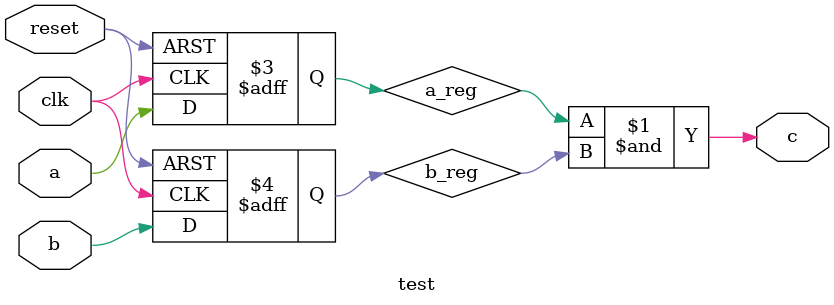
<source format=v>
module test (
  input wire clk,
  input wire reset,
  
  input wire a,
  input wire b,
  
  output wire c
);

reg a_reg;
reg b_reg;

assign c = a_reg & b_reg;


always @ (posedge clk or posedge reset)
  if (reset)
    begin
	  a_reg <= 1'b0;
	  b_reg <= 1'b0;
	end
  else
    begin
	  a_reg <= a;
	  b_reg <= b;
	end
	
endmodule
	
	
</source>
